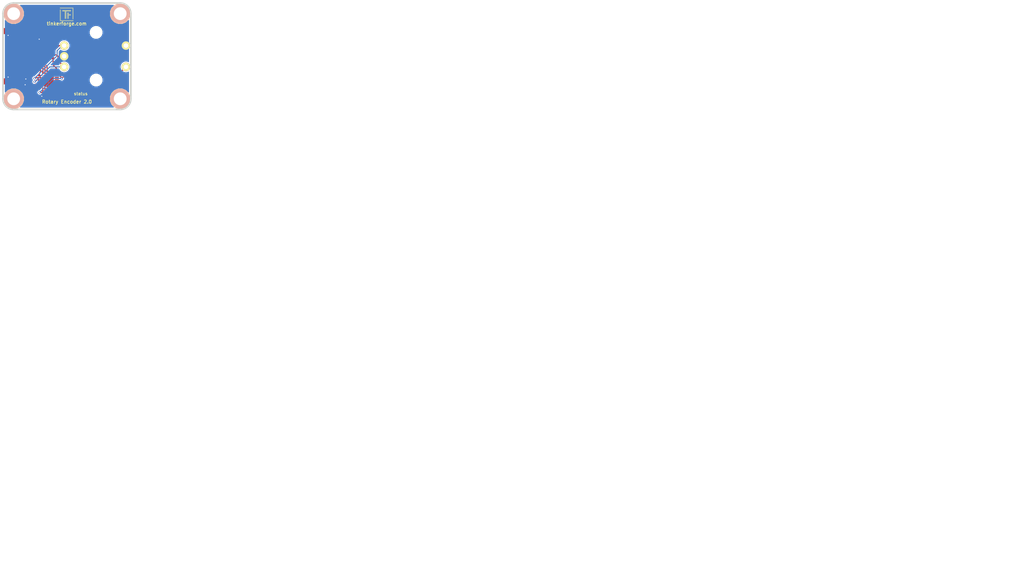
<source format=kicad_pcb>
(kicad_pcb (version 4) (host pcbnew 4.0.2+dfsg1-stable)
  (title_block (title "Rotary Encoder Bricklet") (date 2017-09-15) (rev 2.0) (company "Tinkerforge GmbH") (comment 1 "Licensed under CERN OHL v.1.1") (comment 2 "Copyright (©) 2017, L.Lauer <lukas@tinkerforge.com>"))
  (layers (0 Vorderseite jumper) (31 Rückseite jumper) (34 B.Paste user) (35 F.Paste user) (36 B.SilkS user) (37 F.SilkS user) (38 B.Mask user) (39 F.Mask user) (44 Edge.Cuts user))
  (net 0 "")
  (net 1 GND)
  (net 2 VCC)
  (net 3 "Net-(D1-Pad2)")
  (net 4 "Net-(P1-Pad1)")
  (net 5 "Net-(P1-Pad4)")
  (net 6 "Net-(P1-Pad5)")
  (net 7 "Net-(P1-Pad6)")
  (net 8 "Net-(P2-Pad2)")
  (net 9 "Net-(P3-Pad1)")
  (net 10 "Net-(R1-Pad1)")
  (net 11 S-MISO)
  (net 12 S-MOSI)
  (net 13 S-CLK)
  (net 14 S-CS)
  (net 15 SW1)
  (net 16 "Net-(RP2-Pad2)")
  (net 17 IN_B)
  (net 18 IN_A)
  (net 19 "Net-(U1-Pad11)")
  (net 20 "Net-(U1-Pad12)")
  (net 21 "Net-(U1-Pad13)")
  (net 22 "Net-(U1-Pad14)")
  (net 23 "Net-(U1-Pad16)")
  (net 24 "Net-(U1-Pad17)")
  (net 25 "Net-(U1-Pad18)")
  (net 26 "Net-(U1-Pad19)")
  (net 27 "Net-(U1-Pad20)")
  (net 28 "Net-(U1-Pad21)")
  (net 29 "Net-(C4-Pad1)")
  (net 30 "Net-(U1-Pad8)")
  (net 31 "Net-(U1-Pad4)")
  (module Logo_31x31 (layer Vorderseite) (at 56.25 30.9)
    (fp_text reference G*** hide)
    (fp_text value Logo_31x31 hide)
  )
  (module Fiducial_Mark (layer Vorderseite) (at 49.4 53.3)
    (fp_text reference Fiducial_Mark hide)
    (fp_text value VAL** hide)
    (pad 1 smd circle (at 0 0) (size 1.00076 1.00076) (layers Vorderseite F.Mask) (clearance 0.65024))
  )
  (module Fiducial_Mark (layer Vorderseite) (at 66.4 31.3)
    (fp_text reference Fiducial_Mark hide)
    (fp_text value VAL** hide)
    (pad 1 smd circle (at 0 0) (size 1.00076 1.00076) (layers Vorderseite F.Mask) (clearance 0.65024))
  )
  (module kicad-libraries:C0805E (layer Vorderseite) (at 49.8 39.8 90)
    (fp_text reference C1)
    (fp_text value 10uF)
    (pad 1 smd rect (at -0.95 0 90) (size 1.3 1.5) (layers Vorderseite F.Paste F.Mask) (net 2 VCC) (clearance 0.14986))
    (pad 2 smd rect (at 0.95 0 90) (size 1.3 1.5) (layers Vorderseite F.Paste F.Mask) (net 1 GND) (clearance 0.14986))
  )
  (module kicad-libraries:C0603F (layer Vorderseite) (at 51.4 39.9 90)
    (fp_text reference C2)
    (fp_text value 1uF)
    (pad 1 smd rect (at -0.75 0 90) (size 0.9 0.9) (layers Vorderseite F.Paste F.Mask) (net 2 VCC))
    (pad 2 smd rect (at 0.75 0 90) (size 0.9 0.9) (layers Vorderseite F.Paste F.Mask) (net 1 GND))
  )
  (module kicad-libraries:C0603F (layer Vorderseite) (at 53.5 51.7 180)
    (fp_text reference C3)
    (fp_text value 100nF)
    (pad 1 smd rect (at -0.75 0 180) (size 0.9 0.9) (layers Vorderseite F.Paste F.Mask) (net 2 VCC))
    (pad 2 smd rect (at 0.75 0 180) (size 0.9 0.9) (layers Vorderseite F.Paste F.Mask) (net 1 GND))
  )
  (module kicad-libraries:D0603E (layer Vorderseite) (at 61.1 49.8 180)
    (fp_text reference D1)
    (fp_text value blue)
    (pad 1 smd rect (at -0.8501 0 180) (size 1.1 1) (layers Vorderseite F.Paste F.Mask) (net 2 VCC))
    (pad 2 smd rect (at 0.8501 0 180) (size 1.1 1) (layers Vorderseite F.Paste F.Mask) (net 3 "Net-(D1-Pad2)"))
  )
  (module kicad-libraries:CON-SENSOR2 (layer Vorderseite) (at 42.9 42.3 270)
    (fp_text reference P1)
    (fp_text value CON-SENSOR2)
    (pad 1 smd rect (at -3.75 -4.6 270) (size 0.6 1.8) (layers Vorderseite F.Paste F.Mask) (net 4 "Net-(P1-Pad1)"))
    (pad 2 smd rect (at -2.5 -4.6 270) (size 0.6 1.8) (layers Vorderseite F.Paste F.Mask) (net 1 GND))
    (pad EP smd rect (at -5.9 -1.2 270) (size 1.4 2.4) (layers Vorderseite F.Paste F.Mask) (net 1 GND))
    (pad EP smd rect (at 5.9 -1.2 270) (size 1.4 2.4) (layers Vorderseite F.Paste F.Mask) (net 1 GND))
    (pad 3 smd rect (at -1.25 -4.6 270) (size 0.6 1.8) (layers Vorderseite F.Paste F.Mask) (net 2 VCC))
    (pad 4 smd rect (at 0 -4.6 270) (size 0.6 1.8) (layers Vorderseite F.Paste F.Mask) (net 5 "Net-(P1-Pad4)"))
    (pad 5 smd rect (at 1.25 -4.6 270) (size 0.6 1.8) (layers Vorderseite F.Paste F.Mask) (net 6 "Net-(P1-Pad5)"))
    (pad 6 smd rect (at 2.5 -4.6 270) (size 0.6 1.8) (layers Vorderseite F.Paste F.Mask) (net 7 "Net-(P1-Pad6)"))
    (pad 7 smd rect (at 3.75 -4.6 270) (size 0.6 1.8) (layers Vorderseite F.Paste F.Mask) (net 29 "Net-(C4-Pad1)"))
  )
  (module kicad-libraries:SolderJumper (layer Vorderseite) (at 49.1 49)
    (fp_text reference P2)
    (fp_text value BOOT)
    (pad 2 smd rect (at 0.55 0) (size 0.3 1.4) (layers Vorderseite F.Mask) (net 8 "Net-(P2-Pad2)"))
    (pad 2 smd rect (at 0.15 0) (size 0.6 0.5) (layers Vorderseite F.Mask) (net 8 "Net-(P2-Pad2)"))
    (pad 1 smd rect (at -0.5 0) (size 0.4 1.4) (layers Vorderseite F.Mask) (net 1 GND))
    (pad 1 smd rect (at -0.225 0.55) (size 0.95 0.3) (layers Vorderseite F.Mask) (net 1 GND))
    (pad 1 smd rect (at -0.225 -0.55) (size 0.95 0.3) (layers Vorderseite F.Mask) (net 1 GND))
  )
  (module kicad-libraries:DEBUG_PAD (layer Vorderseite) (at 50.4 50.55)
    (fp_text reference P3)
    (fp_text value DEBUG)
    (pad 1 smd circle (at 0 0) (size 0.7 0.7) (layers Vorderseite F.Paste F.Mask) (net 9 "Net-(P3-Pad1)"))
  )
  (module kicad-libraries:R0603F (layer Vorderseite) (at 58.1 49.8)
    (fp_text reference R1)
    (fp_text value 1k)
    (pad 1 smd rect (at -0.75 0) (size 0.9 0.9) (layers Vorderseite F.Paste F.Mask) (net 10 "Net-(R1-Pad1)"))
    (pad 2 smd rect (at 0.75 0) (size 0.9 0.9) (layers Vorderseite F.Paste F.Mask) (net 3 "Net-(D1-Pad2)"))
  )
  (module kicad-libraries:4X0402 (layer Vorderseite) (at 50.5 44.3 270)
    (fp_text reference RP1)
    (fp_text value 82)
    (pad 1 smd rect (at -0.7493 0.575 90) (size 0.29972 0.65) (layers Vorderseite F.Paste F.Mask) (net 5 "Net-(P1-Pad4)"))
    (pad 2 smd rect (at -0.24892 0.575 90) (size 0.29972 0.65) (layers Vorderseite F.Paste F.Mask) (net 6 "Net-(P1-Pad5)"))
    (pad 3 smd rect (at 0.24892 0.575 90) (size 0.29972 0.65) (layers Vorderseite F.Paste F.Mask) (net 7 "Net-(P1-Pad6)"))
    (pad 4 smd rect (at 0.7493 0.575 90) (size 0.29972 0.65) (layers Vorderseite F.Paste F.Mask) (net 29 "Net-(C4-Pad1)"))
    (pad 5 smd rect (at 0.7493 -0.575 270) (size 0.29972 0.65) (layers Vorderseite F.Paste F.Mask) (net 11 S-MISO))
    (pad 6 smd rect (at 0.24892 -0.575 270) (size 0.29972 0.65) (layers Vorderseite F.Paste F.Mask) (net 12 S-MOSI))
    (pad 7 smd rect (at -0.24892 -0.575 270) (size 0.29972 0.65) (layers Vorderseite F.Paste F.Mask) (net 13 S-CLK))
    (pad 8 smd rect (at -0.7493 -0.575 270) (size 0.29972 0.65) (layers Vorderseite F.Paste F.Mask) (net 14 S-CS))
  )
  (module kicad-libraries:4X0603 (layer Vorderseite) (at 53.8 41.6 270)
    (fp_text reference RP2)
    (fp_text value 10k)
    (pad 1 smd rect (at -1.19888 -0.8509 270) (size 0.44958 0.89916) (layers Vorderseite F.Paste F.Mask) (net 18 IN_A))
    (pad 2 smd rect (at -0.39878 -0.8509 270) (size 0.44958 0.89916) (layers Vorderseite F.Paste F.Mask) (net 16 "Net-(RP2-Pad2)"))
    (pad 3 smd rect (at 0.39878 -0.8509 270) (size 0.44958 0.89916) (layers Vorderseite F.Paste F.Mask) (net 17 IN_B))
    (pad 4 smd rect (at 1.19888 -0.8509 270) (size 0.44958 0.89916) (layers Vorderseite F.Paste F.Mask) (net 15 SW1))
    (pad 5 smd rect (at 1.19888 0.8509 270) (size 0.44958 0.89916) (layers Vorderseite F.Paste F.Mask) (net 2 VCC))
    (pad 6 smd rect (at 0.39878 0.8509 270) (size 0.44958 0.89916) (layers Vorderseite F.Paste F.Mask) (net 2 VCC))
    (pad 7 smd rect (at -0.39878 0.8509 270) (size 0.44958 0.89916) (layers Vorderseite F.Paste F.Mask) (net 2 VCC))
    (pad 8 smd rect (at -1.19888 0.8509 270) (size 0.44958 0.89916) (layers Vorderseite F.Paste F.Mask) (net 2 VCC))
  )
  (module kicad-libraries:QFN24-4x4mm-0.5mm (layer Vorderseite) (at 53.5 48.1)
    (fp_text reference U1)
    (fp_text value XMC1XXX24)
    (pad 1 smd oval (at -2.025 -1.25) (size 1 0.3) (layers Vorderseite F.Paste F.Mask) (net 11 S-MISO))
    (pad 2 smd oval (at -2.025 -0.75) (size 1 0.3) (layers Vorderseite F.Paste F.Mask) (net 18 IN_A))
    (pad 3 smd oval (at -2.025 -0.25) (size 1 0.3) (layers Vorderseite F.Paste F.Mask) (net 17 IN_B))
    (pad 4 smd oval (at -2.025 0.25) (size 1 0.3) (layers Vorderseite F.Paste F.Mask) (net 31 "Net-(U1-Pad4)"))
    (pad 5 smd oval (at -2.025 0.75) (size 1 0.3) (layers Vorderseite F.Paste F.Mask) (net 8 "Net-(P2-Pad2)"))
    (pad 6 smd oval (at -2.025 1.25) (size 1 0.3) (layers Vorderseite F.Paste F.Mask) (net 9 "Net-(P3-Pad1)"))
    (pad 7 smd oval (at -1.25 2.025 90) (size 1 0.3) (layers Vorderseite F.Paste F.Mask) (net 15 SW1))
    (pad 8 smd oval (at -0.75 2.025 90) (size 1 0.3) (layers Vorderseite F.Paste F.Mask) (net 30 "Net-(U1-Pad8)"))
    (pad 9 smd oval (at -0.25 2.025 90) (size 1 0.3) (layers Vorderseite F.Paste F.Mask) (net 1 GND))
    (pad 10 smd oval (at 0.25 2.025 90) (size 1 0.3) (layers Vorderseite F.Paste F.Mask) (net 2 VCC))
    (pad 11 smd oval (at 0.75 2.025 90) (size 1 0.3) (layers Vorderseite F.Paste F.Mask) (net 19 "Net-(U1-Pad11)"))
    (pad 12 smd oval (at 1.25 2.025 90) (size 1 0.3) (layers Vorderseite F.Paste F.Mask) (net 20 "Net-(U1-Pad12)"))
    (pad 13 smd oval (at 2.025 1.25) (size 1 0.3) (layers Vorderseite F.Paste F.Mask) (net 21 "Net-(U1-Pad13)"))
    (pad 14 smd oval (at 2.025 0.75) (size 1 0.3) (layers Vorderseite F.Paste F.Mask) (net 22 "Net-(U1-Pad14)"))
    (pad 15 smd oval (at 2.025 0.25) (size 1 0.3) (layers Vorderseite F.Paste F.Mask) (net 10 "Net-(R1-Pad1)"))
    (pad 16 smd oval (at 2.025 -0.25) (size 1 0.3) (layers Vorderseite F.Paste F.Mask) (net 23 "Net-(U1-Pad16)"))
    (pad 17 smd oval (at 2.025 -0.75) (size 1 0.3) (layers Vorderseite F.Paste F.Mask) (net 24 "Net-(U1-Pad17)"))
    (pad 18 smd oval (at 2.025 -1.25) (size 1 0.3) (layers Vorderseite F.Paste F.Mask) (net 25 "Net-(U1-Pad18)"))
    (pad 19 smd oval (at 1.25 -2.025 90) (size 1 0.3) (layers Vorderseite F.Paste F.Mask) (net 26 "Net-(U1-Pad19)"))
    (pad 20 smd oval (at 0.75 -2.025 90) (size 1 0.3) (layers Vorderseite F.Paste F.Mask) (net 27 "Net-(U1-Pad20)"))
    (pad 21 smd oval (at 0.25 -2.025 90) (size 1 0.3) (layers Vorderseite F.Paste F.Mask) (net 28 "Net-(U1-Pad21)"))
    (pad 22 smd oval (at -0.25 -2.025 90) (size 1 0.3) (layers Vorderseite F.Paste F.Mask) (net 14 S-CS))
    (pad 23 smd oval (at -0.75 -2.025 90) (size 1 0.3) (layers Vorderseite F.Paste F.Mask) (net 13 S-CLK))
    (pad 24 smd oval (at -1.25 -2.025 90) (size 1 0.3) (layers Vorderseite F.Paste F.Mask) (net 12 S-MOSI))
    (pad EXP smd rect (at 0.65 0.65) (size 1.3 1.3) (layers Vorderseite F.Paste F.Mask) (net 1 GND))
    (pad EXP smd rect (at 0.65 -0.65) (size 1.3 1.3) (layers Vorderseite F.Paste F.Mask) (net 1 GND))
    (pad EXP smd rect (at -0.65 0.65) (size 1.3 1.3) (layers Vorderseite F.Paste F.Mask) (net 1 GND))
    (pad EXP smd rect (at -0.65 -0.65) (size 1.3 1.3) (layers Vorderseite F.Paste F.Mask) (net 1 GND))
  )
  (module kicad-libraries:DRILL_NP (layer Vorderseite) (at 70.4 32.3)
    (fp_text reference U3 hide)
    (fp_text value DRILL hide)
    (pad "" np_thru_hole circle (at 0 0) (size 2.99974 2.99974) (drill 2.99974) (layers *.Cu *.Mask F.SilkS) (clearance 0.89916))
  )
  (module kicad-libraries:DRILL_NP (layer Vorderseite) (at 45.4 52.3)
    (fp_text reference U4 hide)
    (fp_text value DRILL hide)
    (pad "" np_thru_hole circle (at 0 0) (size 2.99974 2.99974) (drill 2.99974) (layers *.Cu *.Mask F.SilkS) (clearance 0.89916))
  )
  (module kicad-libraries:DRILL_NP (layer Vorderseite) (at 70.4 52.3)
    (fp_text reference U5 hide)
    (fp_text value DRILL hide)
    (pad "" np_thru_hole circle (at 0 0) (size 2.99974 2.99974) (drill 2.99974) (layers *.Cu *.Mask F.SilkS) (clearance 0.89916))
  )
  (module kicad-libraries:DRILL_NP (layer Vorderseite) (at 45.4 32.3)
    (fp_text reference U6 hide)
    (fp_text value DRILL hide)
    (pad "" np_thru_hole circle (at 0 0) (size 2.99974 2.99974) (drill 2.99974) (layers *.Cu *.Mask F.SilkS) (clearance 0.89916))
  )
  (module kicad-libraries:C0402E (layer Vorderseite) (at 49.2 46.75 225)
    (fp_text reference C4)
    (fp_text value 220pF)
    (pad 1 smd rect (at -0.65 0 225) (size 0.7 0.9) (layers Vorderseite F.Paste F.Mask) (net 29 "Net-(C4-Pad1)"))
    (pad 2 smd rect (at 0.65 0 225) (size 0.7 0.9) (layers Vorderseite F.Paste F.Mask) (net 1 GND))
  )
  (module kicad-libraries:ROTARY_ENCODER (layer Vorderseite) (at 64.75 42.3 180)
    (fp_text reference U2)
    (fp_text value ROTARY_ENCODER)
    (pad A thru_hole circle (at 7.5 2.5 180) (size 2 2) (drill 1.1) (layers *.Cu *.Mask F.SilkS) (net 18 IN_A))
    (pad C thru_hole circle (at 7.5 0 180) (size 2 2) (drill 1.1) (layers *.Cu *.Mask F.SilkS) (net 1 GND))
    (pad B thru_hole circle (at 7.5 -2.5 180) (size 2 2) (drill 1.1) (layers *.Cu *.Mask F.SilkS) (net 17 IN_B))
    (pad SW1 thru_hole circle (at -7 -2.5 180) (size 2 2) (drill 1.1) (layers *.Cu *.Mask F.SilkS) (net 15 SW1))
    (pad SW2 thru_hole circle (at -7 2.5 180) (size 2 2) (drill 1.1) (layers *.Cu *.Mask F.SilkS) (net 1 GND))
    (pad "" np_thru_hole circle (at 0 5.6 180) (size 2.5 2.5) (drill 2.5) (layers *.Cu *.Mask F.SilkS))
    (pad "" np_thru_hole circle (at 0 -5.6 180) (size 2.5 2.5) (drill 2.5) (layers *.Cu *.Mask F.SilkS))
  )
  (gr_text status (at 61.15 51.1) (layer F.SilkS) (effects (font (size 0.7 0.7) (thickness 0.12))))
  (gr_line (start 42.9 52.3) (end 42.9 32.3) (angle 90) (layer Edge.Cuts) (width 0.381))
  (gr_line (start 70.4 54.8) (end 45.4 54.8) (angle 90) (layer Edge.Cuts) (width 0.381))
  (gr_line (start 72.9 32.3) (end 72.9 52.3) (angle 90) (layer Edge.Cuts) (width 0.381))
  (gr_line (start 45.4 29.8) (end 70.4 29.8) (angle 90) (layer Edge.Cuts) (width 0.381))
  (gr_arc (start 45.4 32.3) (end 42.9 32.3) (angle 90) (layer Edge.Cuts) (width 0.381))
  (gr_arc (start 45.4 52.3) (end 45.4 54.8) (angle 90) (layer Edge.Cuts) (width 0.381))
  (gr_arc (start 70.4 52.3) (end 72.9 52.3) (angle 90) (layer Edge.Cuts) (width 0.381))
  (gr_arc (start 70.4 32.3) (end 70.4 29.8) (angle 90) (layer Edge.Cuts) (width 0.381))
  (gr_text tinkerforge.com (at 57.85 34.65) (layer F.SilkS) (effects (font (size 0.8 0.8))))
  (gr_text "Rotary Encoder 2.0\n" (at 57.9 53) (layer F.SilkS) (effects (font (size 0.8 0.8))))
  (segment (start 48.740381 47.209619) (end 48.690381 47.209619) (width 0.55) (layer Vorderseite) (net 1))
  (segment (start 48.690381 47.209619) (end 48.25 47.65) (width 0.55) (layer Vorderseite) (net 1))
  (via (at 48.25 47.65) (size 0.55) (drill 0.25) (layers Vorderseite Rückseite) (net 1))
  (segment (start 52.75 51.7) (end 52 51.7) (width 0.55) (layer Vorderseite) (net 1))
  (via (at 52 51.7) (size 0.55) (drill 0.25) (layers Vorderseite Rückseite) (net 1))
  (segment (start 48.6 49) (end 48.1 49) (width 0.25) (layer Vorderseite) (net 1))
  (via (at 48.1 49) (size 0.55) (drill 0.25) (layers Vorderseite Rückseite) (net 1))
  (segment (start 48.875 49.55) (end 48.725 49.55) (width 0.25) (layer Vorderseite) (net 1))
  (segment (start 48.725 49.55) (end 48.6 49.425) (width 0.25) (layer Vorderseite) (net 1))
  (segment (start 48.6 49.425) (end 48.6 48.525) (width 0.25) (layer Vorderseite) (net 1))
  (segment (start 48.6 48.525) (end 48.675 48.45) (width 0.25) (layer Vorderseite) (net 1))
  (segment (start 48.675 48.45) (end 49.05 48.45) (width 0.25) (layer Vorderseite) (net 1))
  (segment (start 49.05 48.45) (end 48.875 48.45) (width 0.25) (layer Vorderseite) (net 1))
  (segment (start 51.4 39.15) (end 51.4 38.3) (width 0.55) (layer Vorderseite) (net 1))
  (via (at 51.4 38.3) (size 0.55) (drill 0.25) (layers Vorderseite Rückseite) (net 1))
  (segment (start 51.4 39.15) (end 50.1 39.15) (width 0.5) (layer Vorderseite) (net 1))
  (segment (start 50.1 39.15) (end 49.8 38.85) (width 0.5) (layer Vorderseite) (net 1))
  (segment (start 47.5 39.8) (end 48.6 39.8) (width 0.5) (layer Vorderseite) (net 1))
  (segment (start 48.6 39.8) (end 49.55 38.85) (width 0.5) (layer Vorderseite) (net 1))
  (segment (start 49.55 38.85) (end 49.8 38.85) (width 0.5) (layer Vorderseite) (net 1))
  (segment (start 49.55 38.85) (end 49.8 38.85) (width 0.5) (layer Vorderseite) (net 1))
  (segment (start 53.25 50.125) (end 53.25 50.85) (width 0.25) (layer Vorderseite) (net 1))
  (segment (start 53.25 50.85) (end 52.75 51.35) (width 0.25) (layer Vorderseite) (net 1))
  (segment (start 52.75 51.35) (end 52.75 51.7) (width 0.25) (layer Vorderseite) (net 1))
  (segment (start 52.85 47.45) (end 52.85 48.75) (width 0.25) (layer Vorderseite) (net 1))
  (segment (start 52.85 48.75) (end 54.15 48.75) (width 0.25) (layer Vorderseite) (net 1))
  (segment (start 54.15 48.75) (end 54.15 47.45) (width 0.25) (layer Vorderseite) (net 1))
  (segment (start 54.15 47.45) (end 52.85 47.45) (width 0.25) (layer Vorderseite) (net 1))
  (segment (start 53.25 50.125) (end 53.25 49.15) (width 0.25) (layer Vorderseite) (net 1))
  (segment (start 53.25 49.15) (end 52.85 48.75) (width 0.25) (layer Vorderseite) (net 1))
  (segment (start 44.1 36.4) (end 44.1 37.4) (width 0.55) (layer Vorderseite) (net 1))
  (via (at 44.1 37.4) (size 0.55) (drill 0.25) (layers Vorderseite Rückseite) (net 1))
  (segment (start 44.1 48.2) (end 44.1 47.2) (width 0.55) (layer Vorderseite) (net 1))
  (via (at 44.1 47.2) (size 0.55) (drill 0.25) (layers Vorderseite Rückseite) (net 1))
  (segment (start 56.65 42.3) (end 57.25 42.3) (width 0.29972) (layer Rückseite) (net 1))
  (segment (start 47.7 49.6) (end 50.6 52.5) (width 0.25) (layer Vorderseite) (net 2))
  (segment (start 51.4 41.5) (end 51.2 41.7) (width 0.25) (layer Vorderseite) (net 2))
  (segment (start 51.2 41.7) (end 46.4 41.7) (width 0.25) (layer Vorderseite) (net 2))
  (segment (start 46.4 41.7) (end 46.2 41.9) (width 0.25) (layer Vorderseite) (net 2))
  (segment (start 46.2 41.9) (end 46.2 48.1) (width 0.25) (layer Vorderseite) (net 2))
  (segment (start 46.2 48.1) (end 47.7 49.6) (width 0.25) (layer Vorderseite) (net 2))
  (segment (start 51.4 40.65) (end 51.4 41.5) (width 0.25) (layer Vorderseite) (net 2))
  (segment (start 54.25 52.25) (end 54.25 51.7) (width 0.25) (layer Vorderseite) (net 2))
  (segment (start 54 52.5) (end 54.25 52.25) (width 0.25) (layer Vorderseite) (net 2))
  (segment (start 50.6 52.5) (end 54 52.5) (width 0.25) (layer Vorderseite) (net 2))
  (segment (start 51.4 40.65) (end 51.95 40.65) (width 0.25) (layer Vorderseite) (net 2))
  (segment (start 52.19888 40.40112) (end 52.9491 40.40112) (width 0.25) (layer Vorderseite) (net 2))
  (segment (start 51.95 40.65) (end 52.19888 40.40112) (width 0.25) (layer Vorderseite) (net 2))
  (segment (start 52.9491 40.40112) (end 52.9491 41.20122) (width 0.25) (layer Vorderseite) (net 2))
  (segment (start 52.9491 41.20122) (end 52.9491 41.99878) (width 0.25) (layer Vorderseite) (net 2))
  (segment (start 52.9491 41.99878) (end 52.9491 42.79888) (width 0.25) (layer Vorderseite) (net 2))
  (segment (start 54.25 51.7) (end 55.7 51.7) (width 0.25) (layer Vorderseite) (net 2))
  (segment (start 55.7 51.7) (end 56.5 50.9) (width 0.25) (layer Vorderseite) (net 2))
  (segment (start 56.5 50.9) (end 61.5 50.9) (width 0.25) (layer Vorderseite) (net 2))
  (segment (start 61.5 50.9) (end 61.9501 50.4499) (width 0.25) (layer Vorderseite) (net 2))
  (segment (start 61.9501 50.4499) (end 61.9501 49.8) (width 0.25) (layer Vorderseite) (net 2))
  (segment (start 49.8 40.75) (end 51.3 40.75) (width 0.5) (layer Vorderseite) (net 2))
  (segment (start 51.3 40.75) (end 51.4 40.65) (width 0.5) (layer Vorderseite) (net 2))
  (segment (start 51.4 40.75) (end 51.5 40.85) (width 0.5) (layer Vorderseite) (net 2))
  (segment (start 47.5 41.05) (end 49.5 41.05) (width 0.5) (layer Vorderseite) (net 2))
  (segment (start 49.5 41.05) (end 49.8 40.75) (width 0.5) (layer Vorderseite) (net 2))
  (segment (start 53.75 50.125) (end 53.75 50.85) (width 0.25) (layer Vorderseite) (net 2))
  (segment (start 53.75 50.85) (end 54.25 51.35) (width 0.25) (layer Vorderseite) (net 2))
  (segment (start 54.25 51.35) (end 54.25 51.7) (width 0.25) (layer Vorderseite) (net 2))
  (segment (start 58.85 49.8) (end 60.2499 49.8) (width 0.25) (layer Vorderseite) (net 3))
  (segment (start 47.5 42.3) (end 48.5 42.3) (width 0.25) (layer Vorderseite) (net 5))
  (segment (start 49.2507 43.5507) (end 49.925 43.5507) (width 0.25) (layer Vorderseite) (net 5))
  (segment (start 48.9 43.2) (end 49.2507 43.5507) (width 0.25) (layer Vorderseite) (net 5))
  (segment (start 48.9 42.7) (end 48.9 43.2) (width 0.25) (layer Vorderseite) (net 5))
  (segment (start 48.5 42.3) (end 48.9 42.7) (width 0.25) (layer Vorderseite) (net 5))
  (segment (start 47.5 43.55) (end 48.55 43.55) (width 0.25) (layer Vorderseite) (net 6))
  (segment (start 49.05108 44.05108) (end 49.925 44.05108) (width 0.25) (layer Vorderseite) (net 6))
  (segment (start 48.55 43.55) (end 49.05108 44.05108) (width 0.25) (layer Vorderseite) (net 6))
  (segment (start 47.5 44.8) (end 48.7 44.8) (width 0.25) (layer Vorderseite) (net 7))
  (segment (start 48.95108 44.54892) (end 49.925 44.54892) (width 0.25) (layer Vorderseite) (net 7))
  (segment (start 48.7 44.8) (end 48.95108 44.54892) (width 0.25) (layer Vorderseite) (net 7))
  (segment (start 51.475 48.85) (end 50.55 48.85) (width 0.25) (layer Vorderseite) (net 8))
  (segment (start 50.4 49) (end 49.25 49) (width 0.25) (layer Vorderseite) (net 8))
  (segment (start 50.55 48.85) (end 50.4 49) (width 0.25) (layer Vorderseite) (net 8))
  (segment (start 51.475 49.35) (end 50.8 49.35) (width 0.25) (layer Vorderseite) (net 9))
  (segment (start 50.4 49.75) (end 50.4 50.55) (width 0.25) (layer Vorderseite) (net 9))
  (segment (start 50.8 49.35) (end 50.4 49.75) (width 0.25) (layer Vorderseite) (net 9))
  (segment (start 55.525 48.35) (end 56.55 48.35) (width 0.25) (layer Vorderseite) (net 10))
  (segment (start 57.35 49.15) (end 57.35 49.8) (width 0.25) (layer Vorderseite) (net 10))
  (segment (start 56.55 48.35) (end 57.35 49.15) (width 0.25) (layer Vorderseite) (net 10))
  (segment (start 51.075 45.0493) (end 51.511968 45.0493) (width 0.25) (layer Vorderseite) (net 11))
  (segment (start 51.475 46.225) (end 51.475 46.85) (width 0.25) (layer Vorderseite) (net 11))
  (segment (start 51.7 46) (end 51.475 46.225) (width 0.25) (layer Vorderseite) (net 11))
  (segment (start 51.7 45.237332) (end 51.7 46) (width 0.25) (layer Vorderseite) (net 11))
  (segment (start 51.511968 45.0493) (end 51.7 45.237332) (width 0.25) (layer Vorderseite) (net 11))
  (segment (start 51.075 44.54892) (end 51.74892 44.54892) (width 0.25) (layer Vorderseite) (net 12))
  (segment (start 52.25 45.05) (end 52.25 46.075) (width 0.25) (layer Vorderseite) (net 12))
  (segment (start 51.74892 44.54892) (end 52.25 45.05) (width 0.25) (layer Vorderseite) (net 12))
  (segment (start 51.075 44.05108) (end 51.95108 44.05108) (width 0.25) (layer Vorderseite) (net 13))
  (segment (start 52.75 44.85) (end 52.75 46.075) (width 0.25) (layer Vorderseite) (net 13))
  (segment (start 51.95108 44.05108) (end 52.75 44.85) (width 0.25) (layer Vorderseite) (net 13))
  (segment (start 51.075 43.5507) (end 52.088032 43.5507) (width 0.25) (layer Vorderseite) (net 14))
  (segment (start 53.25 44.712668) (end 53.25 46.075) (width 0.25) (layer Vorderseite) (net 14))
  (segment (start 52.088032 43.5507) (end 53.25 44.712668) (width 0.25) (layer Vorderseite) (net 14))
  (segment (start 56.7 47.5) (end 56.7 47.4) (width 0.25) (layer Vorderseite) (net 15))
  (segment (start 54.6509 44.3509) (end 54.6509 42.79888) (width 0.25) (layer Vorderseite) (net 15))
  (segment (start 56.4 46.1) (end 54.6509 44.3509) (width 0.25) (layer Vorderseite) (net 15))
  (segment (start 56.4 47.1) (end 56.4 46.1) (width 0.25) (layer Vorderseite) (net 15))
  (segment (start 56.7 47.4) (end 56.4 47.1) (width 0.25) (layer Vorderseite) (net 15))
  (segment (start 52.25 50.125) (end 52.25 50.65) (width 0.25) (layer Vorderseite) (net 15))
  (segment (start 70.55 46) (end 71.75 44.8) (width 0.25) (layer Vorderseite) (net 15))
  (segment (start 62.6 46) (end 70.55 46) (width 0.25) (layer Vorderseite) (net 15))
  (segment (start 62 46.6) (end 62.6 46) (width 0.25) (layer Vorderseite) (net 15))
  (segment (start 57.6 46.6) (end 62 46.6) (width 0.25) (layer Vorderseite) (net 15))
  (segment (start 56.7 47.5) (end 57.6 46.6) (width 0.25) (layer Vorderseite) (net 15))
  (via (at 56.7 47.5) (size 0.55) (drill 0.25) (layers Vorderseite Rückseite) (net 15))
  (segment (start 54.8 47.5) (end 56.7 47.5) (width 0.25) (layer Rückseite) (net 15))
  (segment (start 51.5 50.8) (end 54.8 47.5) (width 0.25) (layer Rückseite) (net 15))
  (via (at 51.5 50.8) (size 0.55) (drill 0.25) (layers Vorderseite Rückseite) (net 15))
  (segment (start 52.1 50.8) (end 51.5 50.8) (width 0.25) (layer Vorderseite) (net 15))
  (segment (start 52.25 50.65) (end 52.1 50.8) (width 0.25) (layer Vorderseite) (net 15))
  (segment (start 54.6509 41.99878) (end 55.49878 41.99878) (width 0.25) (layer Vorderseite) (net 17))
  (segment (start 55.8 43.35) (end 57.25 44.8) (width 0.25) (layer Vorderseite) (net 17))
  (segment (start 55.8 42.3) (end 55.8 43.35) (width 0.25) (layer Vorderseite) (net 17))
  (segment (start 55.49878 41.99878) (end 55.8 42.3) (width 0.25) (layer Vorderseite) (net 17))
  (segment (start 51.475 47.85) (end 50.85 47.85) (width 0.25) (layer Vorderseite) (net 17))
  (segment (start 53.9 44.8) (end 57.25 44.8) (width 0.25) (layer Rückseite) (net 17))
  (segment (start 50.4 48.3) (end 53.9 44.8) (width 0.25) (layer Rückseite) (net 17))
  (segment (start 50.3 48.3) (end 50.4 48.3) (width 0.25) (layer Rückseite) (net 17))
  (via (at 50.3 48.3) (size 0.55) (drill 0.25) (layers Vorderseite Rückseite) (net 17))
  (segment (start 50.4 48.3) (end 50.3 48.3) (width 0.25) (layer Vorderseite) (net 17))
  (segment (start 50.85 47.85) (end 50.4 48.3) (width 0.25) (layer Vorderseite) (net 17))
  (segment (start 56.7 45.35) (end 57.25 44.8) (width 0.29972) (layer Rückseite) (net 17))
  (segment (start 54.6509 40.40112) (end 55.49888 40.40112) (width 0.25) (layer Vorderseite) (net 18))
  (segment (start 56.1 39.8) (end 57.25 39.8) (width 0.25) (layer Vorderseite) (net 18))
  (segment (start 55.49888 40.40112) (end 56.1 39.8) (width 0.25) (layer Vorderseite) (net 18))
  (segment (start 56.64888 40.40112) (end 57.25 39.8) (width 0.25) (layer Vorderseite) (net 18))
  (segment (start 51.475 47.35) (end 50.45 47.35) (width 0.25) (layer Vorderseite) (net 18))
  (segment (start 55.6 41) (end 56.8 39.8) (width 0.25) (layer Rückseite) (net 18))
  (segment (start 55.6 42.2) (end 55.6 41) (width 0.25) (layer Rückseite) (net 18))
  (segment (start 50.3 47.5) (end 55.6 42.2) (width 0.25) (layer Rückseite) (net 18))
  (via (at 50.3 47.5) (size 0.55) (drill 0.25) (layers Vorderseite Rückseite) (net 18))
  (segment (start 50.45 47.35) (end 50.3 47.5) (width 0.25) (layer Vorderseite) (net 18))
  (segment (start 56.8 39.8) (end 57.25 39.8) (width 0.25) (layer Rückseite) (net 18))
  (segment (start 57.25 39.8) (end 56.8 39.8) (width 0.29972) (layer Vorderseite) (net 18))
  (segment (start 49.925 45.0493) (end 49.925 46.025) (width 0.25) (layer Vorderseite) (net 29))
  (segment (start 49.925 46.025) (end 49.659619 46.290381) (width 0.25) (layer Vorderseite) (net 29))
  (segment (start 47.5 46.05) (end 48.55 46.05) (width 0.25) (layer Vorderseite) (net 29))
  (segment (start 49.1507 45.0493) (end 49.925 45.0493) (width 0.25) (layer Vorderseite) (net 29))
  (segment (start 48.9 45.3) (end 49.1507 45.0493) (width 0.25) (layer Vorderseite) (net 29))
  (segment (start 48.9 45.7) (end 48.9 45.3) (width 0.25) (layer Vorderseite) (net 29))
  (segment (start 48.55 46.05) (end 48.9 45.7) (width 0.25) (layer Vorderseite) (net 29))
  (zone (net 1) (net_name GND) (layer Rückseite) (connect_pads yes (clearance 0.25)) (min_thickness 0.22) (fill yes (arc_segments 16) (thermal_gap 0.25) (thermal_bridge_width 0.25))
    (polygon (pts (xy 72.8 54.8) (xy 42.9 54.8) (xy 42.9 29.8) (xy 72.9 29.8) (xy 72.8 54.8)))
  )
)
</source>
